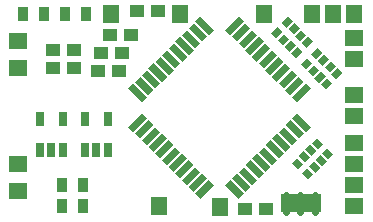
<source format=gts>
G75*
%MOIN*%
%OFA0B0*%
%FSLAX25Y25*%
%IPPOS*%
%LPD*%
%AMOC8*
5,1,8,0,0,1.08239X$1,22.5*
%
%ADD10R,0.04731X0.04337*%
%ADD11R,0.06400X0.05400*%
%ADD12R,0.05400X0.06400*%
%ADD13R,0.03550X0.05124*%
%ADD14R,0.02369X0.02959*%
%ADD15R,0.06306X0.02369*%
%ADD16R,0.02369X0.06306*%
%ADD17R,0.02565X0.05124*%
%ADD18C,0.02172*%
%ADD19R,0.13760X0.06040*%
D10*
X0034102Y0053500D03*
X0035102Y0059500D03*
X0041795Y0059500D03*
X0040795Y0053500D03*
X0038102Y0065500D03*
X0044795Y0065500D03*
X0047102Y0073500D03*
X0053795Y0073500D03*
X0025795Y0060500D03*
X0025795Y0054500D03*
X0019102Y0054500D03*
X0019102Y0060500D03*
X0083102Y0007500D03*
X0089795Y0007500D03*
D11*
X0007449Y0013500D03*
X0007449Y0022500D03*
X0007449Y0054500D03*
X0007449Y0063500D03*
X0119449Y0064500D03*
X0119449Y0057500D03*
X0119449Y0045500D03*
X0119449Y0038500D03*
X0119449Y0029500D03*
X0119449Y0022500D03*
X0119449Y0015500D03*
X0119449Y0008500D03*
D12*
X0074555Y0008288D03*
X0054449Y0008500D03*
X0061449Y0072500D03*
X0038449Y0072500D03*
X0089449Y0072500D03*
X0105449Y0072500D03*
X0112449Y0072500D03*
X0119449Y0072500D03*
D13*
X0029992Y0072500D03*
X0022906Y0072500D03*
X0015992Y0072500D03*
X0008906Y0072500D03*
X0021906Y0015500D03*
X0021906Y0008500D03*
X0028992Y0008500D03*
X0028992Y0015500D03*
D14*
G36*
X0093414Y0064599D02*
X0091739Y0066274D01*
X0093830Y0068365D01*
X0095505Y0066690D01*
X0093414Y0064599D01*
G37*
G36*
X0095641Y0062372D02*
X0093966Y0064047D01*
X0096057Y0066138D01*
X0097732Y0064463D01*
X0095641Y0062372D01*
G37*
G36*
X0097869Y0060145D02*
X0096194Y0061820D01*
X0098285Y0063911D01*
X0099960Y0062236D01*
X0097869Y0060145D01*
G37*
G36*
X0100096Y0057918D02*
X0098421Y0059593D01*
X0100512Y0061684D01*
X0102187Y0060009D01*
X0100096Y0057918D01*
G37*
G36*
X0103287Y0054218D02*
X0101612Y0055893D01*
X0103703Y0057984D01*
X0105378Y0056309D01*
X0103287Y0054218D01*
G37*
G36*
X0105514Y0051991D02*
X0103839Y0053666D01*
X0105930Y0055757D01*
X0107605Y0054082D01*
X0105514Y0051991D01*
G37*
G36*
X0107741Y0049764D02*
X0106066Y0051439D01*
X0108157Y0053530D01*
X0109832Y0051855D01*
X0107741Y0049764D01*
G37*
G36*
X0109969Y0047536D02*
X0108294Y0049211D01*
X0110385Y0051302D01*
X0112060Y0049627D01*
X0109969Y0047536D01*
G37*
G36*
X0113448Y0051016D02*
X0111773Y0052691D01*
X0113864Y0054782D01*
X0115539Y0053107D01*
X0113448Y0051016D01*
G37*
G36*
X0111221Y0053243D02*
X0109546Y0054918D01*
X0111637Y0057009D01*
X0113312Y0055334D01*
X0111221Y0053243D01*
G37*
G36*
X0108994Y0055470D02*
X0107319Y0057145D01*
X0109410Y0059236D01*
X0111085Y0057561D01*
X0108994Y0055470D01*
G37*
G36*
X0106767Y0057698D02*
X0105092Y0059373D01*
X0107183Y0061464D01*
X0108858Y0059789D01*
X0106767Y0057698D01*
G37*
G36*
X0103576Y0061397D02*
X0101901Y0063072D01*
X0103992Y0065163D01*
X0105667Y0063488D01*
X0103576Y0061397D01*
G37*
G36*
X0101348Y0063625D02*
X0099673Y0065300D01*
X0101764Y0067391D01*
X0103439Y0065716D01*
X0101348Y0063625D01*
G37*
G36*
X0099121Y0065852D02*
X0097446Y0067527D01*
X0099537Y0069618D01*
X0101212Y0067943D01*
X0099121Y0065852D01*
G37*
G36*
X0096894Y0068079D02*
X0095219Y0069754D01*
X0097310Y0071845D01*
X0098985Y0070170D01*
X0096894Y0068079D01*
G37*
G36*
X0105167Y0029789D02*
X0106842Y0031464D01*
X0108933Y0029373D01*
X0107258Y0027698D01*
X0105167Y0029789D01*
G37*
G36*
X0102939Y0027561D02*
X0104614Y0029236D01*
X0106705Y0027145D01*
X0105030Y0025470D01*
X0102939Y0027561D01*
G37*
G36*
X0100712Y0025334D02*
X0102387Y0027009D01*
X0104478Y0024918D01*
X0102803Y0023243D01*
X0100712Y0025334D01*
G37*
G36*
X0098485Y0023107D02*
X0100160Y0024782D01*
X0102251Y0022691D01*
X0100576Y0021016D01*
X0098485Y0023107D01*
G37*
G36*
X0101965Y0019627D02*
X0103640Y0021302D01*
X0105731Y0019211D01*
X0104056Y0017536D01*
X0101965Y0019627D01*
G37*
G36*
X0104192Y0021855D02*
X0105867Y0023530D01*
X0107958Y0021439D01*
X0106283Y0019764D01*
X0104192Y0021855D01*
G37*
G36*
X0106419Y0024082D02*
X0108094Y0025757D01*
X0110185Y0023666D01*
X0108510Y0021991D01*
X0106419Y0024082D01*
G37*
G36*
X0108646Y0026309D02*
X0110321Y0027984D01*
X0112412Y0025893D01*
X0110737Y0024218D01*
X0108646Y0026309D01*
G37*
D15*
G36*
X0104797Y0047903D02*
X0100339Y0043445D01*
X0098665Y0045119D01*
X0103123Y0049577D01*
X0104797Y0047903D01*
G37*
G36*
X0102570Y0050130D02*
X0098112Y0045672D01*
X0096438Y0047346D01*
X0100896Y0051804D01*
X0102570Y0050130D01*
G37*
G36*
X0100343Y0052357D02*
X0095885Y0047899D01*
X0094211Y0049573D01*
X0098669Y0054031D01*
X0100343Y0052357D01*
G37*
G36*
X0098116Y0054584D02*
X0093658Y0050126D01*
X0091984Y0051800D01*
X0096442Y0056258D01*
X0098116Y0054584D01*
G37*
G36*
X0095888Y0056811D02*
X0091430Y0052353D01*
X0089756Y0054027D01*
X0094214Y0058485D01*
X0095888Y0056811D01*
G37*
G36*
X0093661Y0059039D02*
X0089203Y0054581D01*
X0087529Y0056255D01*
X0091987Y0060713D01*
X0093661Y0059039D01*
G37*
G36*
X0091434Y0061266D02*
X0086976Y0056808D01*
X0085302Y0058482D01*
X0089760Y0062940D01*
X0091434Y0061266D01*
G37*
G36*
X0089207Y0063493D02*
X0084749Y0059035D01*
X0083075Y0060709D01*
X0087533Y0065167D01*
X0089207Y0063493D01*
G37*
G36*
X0086980Y0065720D02*
X0082522Y0061262D01*
X0080848Y0062936D01*
X0085306Y0067394D01*
X0086980Y0065720D01*
G37*
G36*
X0084753Y0067947D02*
X0080295Y0063489D01*
X0078621Y0065163D01*
X0083079Y0069621D01*
X0084753Y0067947D01*
G37*
G36*
X0082526Y0070174D02*
X0078068Y0065716D01*
X0076394Y0067390D01*
X0080852Y0071848D01*
X0082526Y0070174D01*
G37*
G36*
X0050233Y0037881D02*
X0045775Y0033423D01*
X0044101Y0035097D01*
X0048559Y0039555D01*
X0050233Y0037881D01*
G37*
G36*
X0052460Y0035654D02*
X0048002Y0031196D01*
X0046328Y0032870D01*
X0050786Y0037328D01*
X0052460Y0035654D01*
G37*
G36*
X0054687Y0033427D02*
X0050229Y0028969D01*
X0048555Y0030643D01*
X0053013Y0035101D01*
X0054687Y0033427D01*
G37*
G36*
X0056914Y0031200D02*
X0052456Y0026742D01*
X0050782Y0028416D01*
X0055240Y0032874D01*
X0056914Y0031200D01*
G37*
G36*
X0059141Y0028973D02*
X0054683Y0024515D01*
X0053009Y0026189D01*
X0057467Y0030647D01*
X0059141Y0028973D01*
G37*
G36*
X0061368Y0026745D02*
X0056910Y0022287D01*
X0055236Y0023961D01*
X0059694Y0028419D01*
X0061368Y0026745D01*
G37*
G36*
X0063595Y0024518D02*
X0059137Y0020060D01*
X0057463Y0021734D01*
X0061921Y0026192D01*
X0063595Y0024518D01*
G37*
G36*
X0065822Y0022291D02*
X0061364Y0017833D01*
X0059690Y0019507D01*
X0064148Y0023965D01*
X0065822Y0022291D01*
G37*
G36*
X0068050Y0020064D02*
X0063592Y0015606D01*
X0061918Y0017280D01*
X0066376Y0021738D01*
X0068050Y0020064D01*
G37*
G36*
X0070277Y0017837D02*
X0065819Y0013379D01*
X0064145Y0015053D01*
X0068603Y0019511D01*
X0070277Y0017837D01*
G37*
G36*
X0072504Y0015610D02*
X0068046Y0011152D01*
X0066372Y0012826D01*
X0070830Y0017284D01*
X0072504Y0015610D01*
G37*
D16*
G36*
X0082526Y0012826D02*
X0080852Y0011152D01*
X0076394Y0015610D01*
X0078068Y0017284D01*
X0082526Y0012826D01*
G37*
G36*
X0084753Y0015053D02*
X0083079Y0013379D01*
X0078621Y0017837D01*
X0080295Y0019511D01*
X0084753Y0015053D01*
G37*
G36*
X0086980Y0017280D02*
X0085306Y0015606D01*
X0080848Y0020064D01*
X0082522Y0021738D01*
X0086980Y0017280D01*
G37*
G36*
X0089207Y0019507D02*
X0087533Y0017833D01*
X0083075Y0022291D01*
X0084749Y0023965D01*
X0089207Y0019507D01*
G37*
G36*
X0091434Y0021734D02*
X0089760Y0020060D01*
X0085302Y0024518D01*
X0086976Y0026192D01*
X0091434Y0021734D01*
G37*
G36*
X0093661Y0023961D02*
X0091987Y0022287D01*
X0087529Y0026745D01*
X0089203Y0028419D01*
X0093661Y0023961D01*
G37*
G36*
X0095888Y0026189D02*
X0094214Y0024515D01*
X0089756Y0028973D01*
X0091430Y0030647D01*
X0095888Y0026189D01*
G37*
G36*
X0098116Y0028416D02*
X0096442Y0026742D01*
X0091984Y0031200D01*
X0093658Y0032874D01*
X0098116Y0028416D01*
G37*
G36*
X0100343Y0030643D02*
X0098669Y0028969D01*
X0094211Y0033427D01*
X0095885Y0035101D01*
X0100343Y0030643D01*
G37*
G36*
X0102570Y0032870D02*
X0100896Y0031196D01*
X0096438Y0035654D01*
X0098112Y0037328D01*
X0102570Y0032870D01*
G37*
G36*
X0104797Y0035097D02*
X0103123Y0033423D01*
X0098665Y0037881D01*
X0100339Y0039555D01*
X0104797Y0035097D01*
G37*
G36*
X0070277Y0065163D02*
X0068603Y0063489D01*
X0064145Y0067947D01*
X0065819Y0069621D01*
X0070277Y0065163D01*
G37*
G36*
X0072504Y0067390D02*
X0070830Y0065716D01*
X0066372Y0070174D01*
X0068046Y0071848D01*
X0072504Y0067390D01*
G37*
G36*
X0068050Y0062936D02*
X0066376Y0061262D01*
X0061918Y0065720D01*
X0063592Y0067394D01*
X0068050Y0062936D01*
G37*
G36*
X0065822Y0060709D02*
X0064148Y0059035D01*
X0059690Y0063493D01*
X0061364Y0065167D01*
X0065822Y0060709D01*
G37*
G36*
X0063595Y0058482D02*
X0061921Y0056808D01*
X0057463Y0061266D01*
X0059137Y0062940D01*
X0063595Y0058482D01*
G37*
G36*
X0061368Y0056255D02*
X0059694Y0054581D01*
X0055236Y0059039D01*
X0056910Y0060713D01*
X0061368Y0056255D01*
G37*
G36*
X0059141Y0054027D02*
X0057467Y0052353D01*
X0053009Y0056811D01*
X0054683Y0058485D01*
X0059141Y0054027D01*
G37*
G36*
X0056914Y0051800D02*
X0055240Y0050126D01*
X0050782Y0054584D01*
X0052456Y0056258D01*
X0056914Y0051800D01*
G37*
G36*
X0054687Y0049573D02*
X0053013Y0047899D01*
X0048555Y0052357D01*
X0050229Y0054031D01*
X0054687Y0049573D01*
G37*
G36*
X0052460Y0047346D02*
X0050786Y0045672D01*
X0046328Y0050130D01*
X0048002Y0051804D01*
X0052460Y0047346D01*
G37*
G36*
X0050233Y0045119D02*
X0048559Y0043445D01*
X0044101Y0047903D01*
X0045775Y0049577D01*
X0050233Y0045119D01*
G37*
D17*
X0037189Y0037619D03*
X0029709Y0037619D03*
X0022189Y0037619D03*
X0014709Y0037619D03*
X0014709Y0027381D03*
X0018449Y0027381D03*
X0022189Y0027381D03*
X0029709Y0027381D03*
X0033449Y0027381D03*
X0037189Y0027381D03*
D18*
X0096724Y0012364D02*
X0096724Y0006636D01*
X0101449Y0006636D02*
X0101449Y0012364D01*
X0106173Y0012364D02*
X0106173Y0006636D01*
D19*
X0101459Y0009510D03*
M02*

</source>
